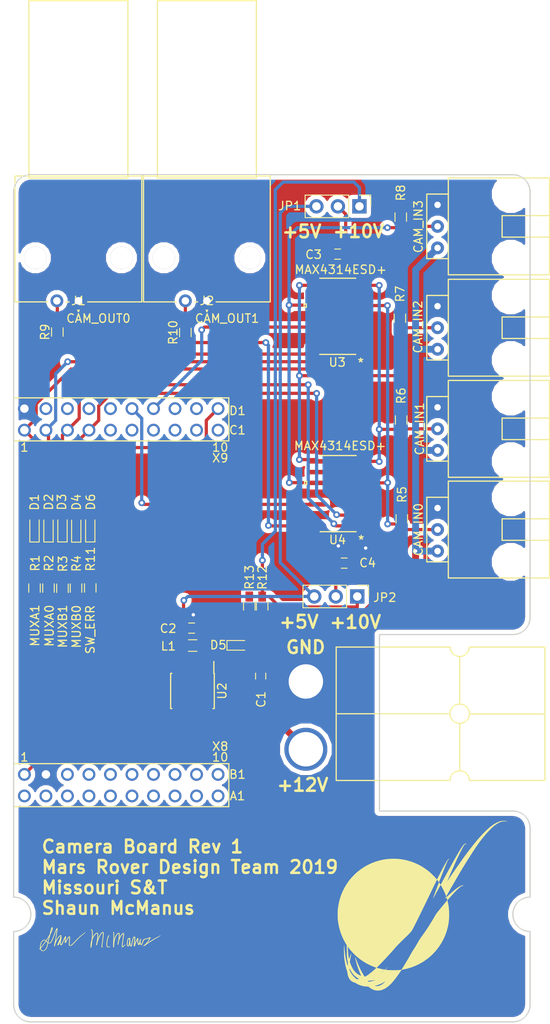
<source format=kicad_pcb>
(kicad_pcb (version 20171130) (host pcbnew "(5.0.0)")
  (layers (0 F.Cu signal) (31 B.Cu signal) (34 B.Paste user) (35 F.Paste user) (36 B.SilkS user) (37 F.SilkS user) (38 B.Mask user) (39 F.Mask user) (44 Edge.Cuts user))
  (net 0 "")
  (net 1 +12V)
  (net 2 GND)
  (net 3 CAM_IN0)
  (net 4 CAM_IN1)
  (net 5 CAM_IN2)
  (net 6 CAM_IN3)
  (net 7 "Net-(D1-Pad1)")
  (net 8 MUXA1)
  (net 9 MUXA0)
  (net 10 "Net-(D2-Pad1)")
  (net 11 "Net-(D3-Pad1)")
  (net 12 MUXB1)
  (net 13 MUXB0)
  (net 14 "Net-(D4-Pad1)")
  (net 15 "Net-(D5-Pad1)")
  (net 16 "Net-(J1-Pad2)")
  (net 17 "Net-(J2-Pad2)")
  (net 18 CAM_OUT0)
  (net 19 CAM_OUT1)
  (net 20 "Net-(U1-PadPE0)")
  (net 21 "Net-(U1-PadPE1)")
  (net 22 "Net-(U1-PadPE2)")
  (net 23 "Net-(U1-PadPE3)")
  (net 24 "Net-(U1-PadPD7)")
  (net 25 "Net-(U1-PadPA6)")
  (net 26 "Net-(U1-PadPM4)")
  (net 27 "Net-(U1-PadPM5)")
  (net 28 "Net-(U1-PadPE4)")
  (net 29 "Net-(U1-PadPC4)")
  (net 30 "Net-(U1-PadPC5)")
  (net 31 "Net-(U1-PadPC6)")
  (net 32 "Net-(U1-PadPE5)")
  (net 33 "Net-(U1-PadPD3)")
  (net 34 "Net-(U1-PadPC7)")
  (net 35 "Net-(U1-PadPB2)")
  (net 36 "Net-(U1-PadPB3)")
  (net 37 "Net-(U1-PadPL4)")
  (net 38 "Net-(U1-PadPL5)")
  (net 39 "Net-(U1-PadPL0)")
  (net 40 "Net-(U1-PadPL1)")
  (net 41 "Net-(U1-PadPL2)")
  (net 42 "Net-(U1-PadPL3)")
  (net 43 "Net-(U1-PadPM3)")
  (net 44 "Net-(U1-PadPH2)")
  (net 45 "Net-(U1-PadPH3)")
  (net 46 "Net-(U1-PadRese)")
  (net 47 MUXB_SHDN)
  (net 48 MUXA_SHDN)
  (net 49 "Net-(U1-PadPN2)")
  (net 50 "Net-(U1-PadPN3)")
  (net 51 "Net-(U3-Pad3)")
  (net 52 "Net-(U3-Pad6)")
  (net 53 "Net-(U3-Pad9)")
  (net 54 "Net-(U4-Pad9)")
  (net 55 "Net-(U4-Pad6)")
  (net 56 "Net-(U4-Pad3)")
  (net 57 +5V)
  (net 58 "Net-(C3-Pad1)")
  (net 59 "Net-(C4-Pad1)")
  (net 60 SW_ERR)
  (net 61 "Net-(D6-Pad1)")
  (net 62 "Net-(U1-Pad+3V3)")
  (net 63 +10V)
  (module Capacitors_SMD:C_0603_HandSoldering (layer F.Cu) (at 115.4684 114.7318 270)
    (fp_text reference C1 (at 2.7534 -0.0508 270) (layer F.SilkS))
    (fp_text value 10u)
    (pad 1 smd rect (at -0.95 0 270) (size 1.2 0.75) (layers F.Cu F.Paste F.Mask) (net 1 +12V))
    (pad 2 smd rect (at 0.95 0 270) (size 1.2 0.75) (layers F.Cu F.Paste F.Mask) (net 2 GND))
  )
  (module MAX4314:MAX4314ESD&plus_ (layer F.Cu) (at 124.6124 93.1926 180)
    (fp_text reference U4 (at 0.0762 -5.461 180) (layer F.SilkS))
    (fp_text value MAX4314ESD+ (at -0.2286 5.6388 180) (layer F.SilkS))
    (fp_text user * (at -2.7178 -5.4864 180) (layer F.SilkS))
    (pad 14 smd rect (at 2.4638 -3.81 180) (size 1.9812 0.5334) (layers F.Cu F.Paste F.Mask) (net 19 CAM_OUT1))
    (pad 13 smd rect (at 2.4638 -2.54 180) (size 1.9812 0.5334) (layers F.Cu F.Paste F.Mask) (net 2 GND))
    (pad 12 smd rect (at 2.4638 -1.27 180) (size 1.9812 0.5334) (layers F.Cu F.Paste F.Mask) (net 47 MUXB_SHDN))
    (pad 11 smd rect (at 2.4638 0 180) (size 1.9812 0.5334) (layers F.Cu F.Paste F.Mask) (net 2 GND))
    (pad 10 smd rect (at 2.4638 1.27 180) (size 1.9812 0.5334) (layers F.Cu F.Paste F.Mask) (net 6 CAM_IN3))
    (pad 9 smd rect (at 2.4638 2.54 180) (size 1.9812 0.5334) (layers F.Cu F.Paste F.Mask) (net 54 "Net-(U4-Pad9)"))
    (pad 8 smd rect (at 2.4638 3.81 180) (size 1.9812 0.5334) (layers F.Cu F.Paste F.Mask) (net 5 CAM_IN2))
    (pad 7 smd rect (at -2.4638 3.81 180) (size 1.9812 0.5334) (layers F.Cu F.Paste F.Mask) (net 4 CAM_IN1))
    (pad 6 smd rect (at -2.4638 2.54 180) (size 1.9812 0.5334) (layers F.Cu F.Paste F.Mask) (net 55 "Net-(U4-Pad6)"))
    (pad 5 smd rect (at -2.4638 1.27 180) (size 1.9812 0.5334) (layers F.Cu F.Paste F.Mask) (net 3 CAM_IN0))
    (pad 4 smd rect (at -2.4638 0 180) (size 1.9812 0.5334) (layers F.Cu F.Paste F.Mask) (net 59 "Net-(C4-Pad1)"))
    (pad 3 smd rect (at -2.4638 -1.27 180) (size 1.9812 0.5334) (layers F.Cu F.Paste F.Mask) (net 56 "Net-(U4-Pad3)"))
    (pad 2 smd rect (at -2.4638 -2.54 180) (size 1.9812 0.5334) (layers F.Cu F.Paste F.Mask) (net 13 MUXB0))
    (pad 1 smd rect (at -2.4638 -3.81 180) (size 1.9812 0.5334) (layers F.Cu F.Paste F.Mask) (net 12 MUXB1))
  )
  (module Diodes_SMD:D_0603 (layer F.Cu) (at 112.7878 111.0996)
    (fp_text reference D5 (at -2.328416 -0.033546) (layer F.SilkS))
    (fp_text value D_Schottky)
    (pad 2 smd rect (at 0.85 0) (size 0.6 0.8) (layers F.Cu F.Paste F.Mask) (net 2 GND))
    (pad 1 smd rect (at -0.85 0) (size 0.6 0.8) (layers F.Cu F.Paste F.Mask) (net 15 "Net-(D5-Pad1)"))
  )
  (module Housings_SOIC:HTSOP-8-1EP_3.9x4.9mm_Pitch1.27mm (layer F.Cu) (at 107.4166 116.4844 270)
    (fp_text reference U2 (at 0 -3.5 270) (layer F.SilkS))
    (fp_text value AP1059)
    (pad 9 smd rect (at -0.6 -0.8 270) (size 1.2 1.6) (layers F.Cu F.Paste F.Mask))
    (pad 9 smd rect (at -0.6 0.8 270) (size 1.2 1.6) (layers F.Cu F.Paste F.Mask))
    (pad 9 smd rect (at 0.6 -0.8 270) (size 1.2 1.6) (layers F.Cu F.Paste F.Mask))
    (pad 9 smd rect (at 0.6 0.8 270) (size 1.2 1.6) (layers F.Cu F.Paste F.Mask))
    (pad 8 smd rect (at 2.7 -1.905 270) (size 1.55 0.6) (layers F.Cu F.Paste F.Mask) (net 2 GND))
    (pad 7 smd rect (at 2.7 -0.635 270) (size 1.55 0.6) (layers F.Cu F.Paste F.Mask) (net 2 GND))
    (pad 6 smd rect (at 2.7 0.635 270) (size 1.55 0.6) (layers F.Cu F.Paste F.Mask) (net 2 GND))
    (pad 5 smd rect (at 2.7 1.905 270) (size 1.55 0.6) (layers F.Cu F.Paste F.Mask) (net 2 GND))
    (pad 4 smd rect (at -2.7 1.905 270) (size 1.55 0.6) (layers F.Cu F.Paste F.Mask) (net 2 GND))
    (pad 3 smd rect (at -2.7 0.635 270) (size 1.55 0.6) (layers F.Cu F.Paste F.Mask) (net 57 +5V))
    (pad 2 smd rect (at -2.7 -0.635 270) (size 1.55 0.6) (layers F.Cu F.Paste F.Mask) (net 15 "Net-(D5-Pad1)"))
    (pad 1 smd rect (at -2.7 -1.905 270) (size 1.55 0.6) (layers F.Cu F.Paste F.Mask) (net 1 +12V))
  )
  (module Capacitors_SMD:C_0603_HandSoldering (layer F.Cu) (at 107.315 109.0676 180)
    (fp_text reference C2 (at 2.7686 -0.0508 180) (layer F.SilkS))
    (fp_text value 10u)
    (pad 2 smd rect (at 0.95 0 180) (size 1.2 0.75) (layers F.Cu F.Paste F.Mask) (net 57 +5V))
    (pad 1 smd rect (at -0.95 0 180) (size 1.2 0.75) (layers F.Cu F.Paste F.Mask) (net 2 GND))
  )
  (module Capacitors_SMD:C_0603_HandSoldering (layer F.Cu) (at 124.5514 64.9224 180)
    (fp_text reference C3 (at 2.8346 -0.0508 180) (layer F.SilkS))
    (fp_text value 10u)
    (pad 2 smd rect (at 0.95 0 180) (size 1.2 0.75) (layers F.Cu F.Paste F.Mask) (net 2 GND))
    (pad 1 smd rect (at -0.95 0 180) (size 1.2 0.75) (layers F.Cu F.Paste F.Mask) (net 58 "Net-(C3-Pad1)"))
  )
  (module Capacitors_SMD:C_0603_HandSoldering (layer F.Cu) (at 125.3236 101.3968)
    (fp_text reference C4 (at 2.7686 -0.0254) (layer F.SilkS))
    (fp_text value 10u)
    (pad 2 smd rect (at 0.95 0) (size 1.2 0.75) (layers F.Cu F.Paste F.Mask) (net 2 GND))
    (pad 1 smd rect (at -0.95 0) (size 1.2 0.75) (layers F.Cu F.Paste F.Mask) (net 59 "Net-(C4-Pad1)"))
  )
  (module LEDs:LED_0603_HandSoldering (layer F.Cu) (at 88.771106 97.101185 90)
    (fp_text reference D1 (at 2.8956 0 90) (layer F.SilkS))
    (fp_text value LED)
    (pad 1 smd rect (at -1.1 0 90) (size 1.2 0.9) (layers F.Cu F.Paste F.Mask) (net 7 "Net-(D1-Pad1)"))
    (pad 2 smd rect (at 1.1 0 90) (size 1.2 0.9) (layers F.Cu F.Paste F.Mask) (net 8 MUXA1))
  )
  (module LEDs:LED_0603_HandSoldering (layer F.Cu) (at 90.422106 97.101185 90)
    (fp_text reference D2 (at 2.921 0.0254 90) (layer F.SilkS))
    (fp_text value LED)
    (pad 2 smd rect (at 1.1 0 90) (size 1.2 0.9) (layers F.Cu F.Paste F.Mask) (net 9 MUXA0))
    (pad 1 smd rect (at -1.1 0 90) (size 1.2 0.9) (layers F.Cu F.Paste F.Mask) (net 10 "Net-(D2-Pad1)"))
  )
  (module LEDs:LED_0603_HandSoldering (layer F.Cu) (at 92.073106 97.093385 90)
    (fp_text reference D3 (at 2.9132 -0.0762 90) (layer F.SilkS))
    (fp_text value LED)
    (pad 1 smd rect (at -1.1 0 90) (size 1.2 0.9) (layers F.Cu F.Paste F.Mask) (net 11 "Net-(D3-Pad1)"))
    (pad 2 smd rect (at 1.1 0 90) (size 1.2 0.9) (layers F.Cu F.Paste F.Mask) (net 12 MUXB1))
  )
  (module LEDs:LED_0603_HandSoldering (layer F.Cu) (at 93.698706 97.118785 90)
    (fp_text reference D4 (at 2.9132 0.027294 90) (layer F.SilkS))
    (fp_text value LED)
    (pad 2 smd rect (at 1.1 0 90) (size 1.2 0.9) (layers F.Cu F.Paste F.Mask) (net 13 MUXB0))
    (pad 1 smd rect (at -1.1 0 90) (size 1.2 0.9) (layers F.Cu F.Paste F.Mask) (net 14 "Net-(D4-Pad1)"))
  )
  (module Inductors_SMD:L_0603_HandSoldering (layer F.Cu) (at 107.442 111.125 180)
    (fp_text reference L1 (at 2.8702 -0.0762 180) (layer F.SilkS))
    (fp_text value 47u)
    (pad 2 smd rect (at 1.1 0 180) (size 1.2 0.9) (layers F.Cu F.Paste F.Mask) (net 57 +5V))
    (pad 1 smd rect (at -1.1 0 180) (size 1.2 0.9) (layers F.Cu F.Paste F.Mask) (net 15 "Net-(D5-Pad1)"))
  )
  (module Resistors_SMD:R_0603_HandSoldering (layer F.Cu) (at 88.771106 104.340185 270)
    (fp_text reference R1 (at -2.943385 -0.078094 270) (layer F.SilkS))
    (fp_text value 500)
    (pad 1 smd rect (at -1.1 0 270) (size 1.2 0.9) (layers F.Cu F.Paste F.Mask) (net 7 "Net-(D1-Pad1)"))
    (pad 2 smd rect (at 1.1 0 270) (size 1.2 0.9) (layers F.Cu F.Paste F.Mask) (net 2 GND))
  )
  (module Resistors_SMD:R_0603_HandSoldering (layer F.Cu) (at 90.422106 104.340185 270)
    (fp_text reference R2 (at -2.943385 -0.052694 270) (layer F.SilkS))
    (fp_text value 500)
    (pad 2 smd rect (at 1.1 0 270) (size 1.2 0.9) (layers F.Cu F.Paste F.Mask) (net 2 GND))
    (pad 1 smd rect (at -1.1 0 270) (size 1.2 0.9) (layers F.Cu F.Paste F.Mask) (net 10 "Net-(D2-Pad1)"))
  )
  (module Resistors_SMD:R_0603_HandSoldering (layer F.Cu) (at 92.073106 104.365585 270)
    (fp_text reference R3 (at -2.892585 -0.052694 270) (layer F.SilkS))
    (fp_text value 500)
    (pad 2 smd rect (at 1.1 0 270) (size 1.2 0.9) (layers F.Cu F.Paste F.Mask) (net 2 GND))
    (pad 1 smd rect (at -1.1 0 270) (size 1.2 0.9) (layers F.Cu F.Paste F.Mask) (net 11 "Net-(D3-Pad1)"))
  )
  (module Resistors_SMD:R_0603_HandSoldering (layer F.Cu) (at 93.673306 104.340185 270)
    (fp_text reference R4 (at -2.892585 -0.052694 270) (layer F.SilkS))
    (fp_text value 500)
    (pad 1 smd rect (at -1.1 0 270) (size 1.2 0.9) (layers F.Cu F.Paste F.Mask) (net 14 "Net-(D4-Pad1)"))
    (pad 2 smd rect (at 1.1 0 270) (size 1.2 0.9) (layers F.Cu F.Paste F.Mask) (net 2 GND))
  )
  (module Resistors_SMD:R_0603_HandSoldering (layer F.Cu) (at 132.1308 96.1644 270)
    (fp_text reference R5 (at -2.8624 -0.0254 270) (layer F.SilkS))
    (fp_text value 75)
    (pad 1 smd rect (at -1.1 0 270) (size 1.2 0.9) (layers F.Cu F.Paste F.Mask) (net 2 GND))
    (pad 2 smd rect (at 1.1 0 270) (size 1.2 0.9) (layers F.Cu F.Paste F.Mask) (net 3 CAM_IN0))
  )
  (module Resistors_SMD:R_0603_HandSoldering (layer F.Cu) (at 132.0546 84.5058 270)
    (fp_text reference R6 (at -2.8702 0 270) (layer F.SilkS))
    (fp_text value 75)
    (pad 1 smd rect (at -1.1 0 270) (size 1.2 0.9) (layers F.Cu F.Paste F.Mask) (net 2 GND))
    (pad 2 smd rect (at 1.1 0 270) (size 1.2 0.9) (layers F.Cu F.Paste F.Mask) (net 4 CAM_IN1))
  )
  (module Resistors_SMD:R_0603_HandSoldering (layer F.Cu) (at 131.9022 72.4916 270)
    (fp_text reference R7 (at -2.8702 -0.0254 270) (layer F.SilkS))
    (fp_text value 75)
    (pad 1 smd rect (at -1.1 0 270) (size 1.2 0.9) (layers F.Cu F.Paste F.Mask) (net 2 GND))
    (pad 2 smd rect (at 1.1 0 270) (size 1.2 0.9) (layers F.Cu F.Paste F.Mask) (net 5 CAM_IN2))
  )
  (module Resistors_SMD:R_0603_HandSoldering (layer F.Cu) (at 132.0038 60.5536 270)
    (fp_text reference R8 (at -2.8702 0 270) (layer F.SilkS))
    (fp_text value 75)
    (pad 1 smd rect (at -1.1 0 270) (size 1.2 0.9) (layers F.Cu F.Paste F.Mask) (net 2 GND))
    (pad 2 smd rect (at 1.1 0 270) (size 1.2 0.9) (layers F.Cu F.Paste F.Mask) (net 6 CAM_IN3))
  )
  (module Resistors_SMD:R_0603_HandSoldering (layer F.Cu) (at 91.4654 74.1172 90)
    (fp_text reference R9 (at 0 -1.45 90) (layer F.SilkS))
    (fp_text value 75)
    (pad 1 smd rect (at -1.1 0 90) (size 1.2 0.9) (layers F.Cu F.Paste F.Mask) (net 18 CAM_OUT0))
    (pad 2 smd rect (at 1.1 0 90) (size 1.2 0.9) (layers F.Cu F.Paste F.Mask) (net 16 "Net-(J1-Pad2)"))
  )
  (module Resistors_SMD:R_0603_HandSoldering (layer F.Cu) (at 106.5784 74.168 90)
    (fp_text reference R10 (at 0 -1.45 90) (layer F.SilkS))
    (fp_text value 75)
    (pad 2 smd rect (at 1.1 0 90) (size 1.2 0.9) (layers F.Cu F.Paste F.Mask) (net 17 "Net-(J2-Pad2)"))
    (pad 1 smd rect (at -1.1 0 90) (size 1.2 0.9) (layers F.Cu F.Paste F.Mask) (net 19 CAM_OUT1))
  )
  (module MAX4314:MAX4314ESD&plus_ (layer F.Cu) (at 124.5616 72.263 180)
    (fp_text reference U3 (at 0.0508 -5.4356 180) (layer F.SilkS))
    (fp_text value MAX4314ESD+ (at -0.3556 5.5118 180) (layer F.SilkS))
    (fp_text user * (at -2.7178 -5.4864 180) (layer F.SilkS))
    (pad 1 smd rect (at -2.4638 -3.81 180) (size 1.9812 0.5334) (layers F.Cu F.Paste F.Mask) (net 8 MUXA1))
    (pad 2 smd rect (at -2.4638 -2.54 180) (size 1.9812 0.5334) (layers F.Cu F.Paste F.Mask) (net 9 MUXA0))
    (pad 3 smd rect (at -2.4638 -1.27 180) (size 1.9812 0.5334) (layers F.Cu F.Paste F.Mask) (net 51 "Net-(U3-Pad3)"))
    (pad 4 smd rect (at -2.4638 0 180) (size 1.9812 0.5334) (layers F.Cu F.Paste F.Mask) (net 58 "Net-(C3-Pad1)"))
    (pad 5 smd rect (at -2.4638 1.27 180) (size 1.9812 0.5334) (layers F.Cu F.Paste F.Mask) (net 3 CAM_IN0))
    (pad 6 smd rect (at -2.4638 2.54 180) (size 1.9812 0.5334) (layers F.Cu F.Paste F.Mask) (net 52 "Net-(U3-Pad6)"))
    (pad 7 smd rect (at -2.4638 3.81 180) (size 1.9812 0.5334) (layers F.Cu F.Paste F.Mask) (net 4 CAM_IN1))
    (pad 8 smd rect (at 2.4638 3.81 180) (size 1.9812 0.5334) (layers F.Cu F.Paste F.Mask) (net 5 CAM_IN2))
    (pad 9 smd rect (at 2.4638 2.54 180) (size 1.9812 0.5334) (layers F.Cu F.Paste F.Mask) (net 53 "Net-(U3-Pad9)"))
    (pad 10 smd rect (at 2.4638 1.27 180) (size 1.9812 0.5334) (layers F.Cu F.Paste F.Mask) (net 6 CAM_IN3))
    (pad 11 smd rect (at 2.4638 0 180) (size 1.9812 0.5334) (layers F.Cu F.Paste F.Mask) (net 2 GND))
    (pad 12 smd rect (at 2.4638 -1.27 180) (size 1.9812 0.5334) (layers F.Cu F.Paste F.Mask) (net 48 MUXA_SHDN))
    (pad 13 smd rect (at 2.4638 -2.54 180) (size 1.9812 0.5334) (layers F.Cu F.Paste F.Mask) (net 2 GND))
    (pad 14 smd rect (at 2.4638 -3.81 180) (size 1.9812 0.5334) (layers F.Cu F.Paste F.Mask) (net 18 CAM_OUT0))
  )
  (module BNC-75-Ohm-HORIZONTAL:BNC-75-Ohm-HORIZONTAL-1-1478032-0 (layer F.Cu) (at 93.9546 70.4342)
    (fp_text reference J1 (at 0 0) (layer F.SilkS))
    (fp_text value CAM_OUT0 (at 2.3622 2.0828) (layer F.SilkS))
    (pad 4 thru_hole circle (at 5.08 -5.08) (size 2.6416 2.6416) (drill 2.6416) (layers *.Cu *.Mask))
    (pad 3 thru_hole circle (at -5.08 -5.08) (size 2.6416 2.6416) (drill 2.6416) (layers *.Cu *.Mask))
    (pad 2 thru_hole circle (at -2.54 0) (size 1.524 1.524) (drill 0.889) (layers *.Cu *.Mask) (net 16 "Net-(J1-Pad2)"))
    (pad 1 thru_hole circle (at 0 0) (size 1.524 1.524) (drill 0.889) (layers *.Cu *.Mask) (net 2 GND))
  )
  (module BNC-75-Ohm-HORIZONTAL:BNC-75-Ohm-HORIZONTAL-1-1478032-0 (layer F.Cu) (at 109.1184 70.4342)
    (fp_text reference J2 (at 0 0) (layer F.SilkS))
    (fp_text value CAM_OUT1 (at 2.3876 2.0828) (layer F.SilkS))
    (pad 1 thru_hole circle (at 0 0) (size 1.524 1.524) (drill 0.889) (layers *.Cu *.Mask) (net 2 GND))
    (pad 2 thru_hole circle (at -2.54 0) (size 1.524 1.524) (drill 0.889) (layers *.Cu *.Mask) (net 17 "Net-(J2-Pad2)"))
    (pad 3 thru_hole circle (at -5.08 -5.08) (size 2.6416 2.6416) (drill 2.6416) (layers *.Cu *.Mask))
    (pad 4 thru_hole circle (at 5.08 -5.08) (size 2.6416 2.6416) (drill 2.6416) (layers *.Cu *.Mask))
  )
  (module MRDT_Connectors:Anderson_2_Horisontal_Side_by_Side (layer F.Cu) (at 124.3838 111.3038 180)
    (fp_text reference Conn1 hide)
    (fp_text value AndersonPP)
    (pad 1 thru_hole circle (at 3.5814 -4.063 180) (size 5.08 5.08) (drill 4.06) (layers *.Cu *.Mask F.Paste) (net 2 GND))
    (pad 2 thru_hole circle (at 3.5814 -12.064 180) (size 5.08 5.08) (drill 4.06) (layers *.Cu *.Mask F.Paste) (net 1 +12V))
  )
  (module LEDs:LED_0603_HandSoldering (layer F.Cu) (at 95.3516 97.0964 90)
    (fp_text reference D6 (at 2.921 0.0508 90) (layer F.SilkS))
    (fp_text value LED)
    (pad 2 smd rect (at 1.1 0 90) (size 1.2 0.9) (layers F.Cu F.Paste F.Mask) (net 60 SW_ERR))
    (pad 1 smd rect (at -1.1 0 90) (size 1.2 0.9) (layers F.Cu F.Paste F.Mask) (net 61 "Net-(D6-Pad1)"))
  )
  (module Pin_Headers:Pin_Header_Straight_1x03_Pitch2.54mm (layer F.Cu) (at 127.127 59.2836 270)
    (fp_text reference JP1 (at -0.0508 8.2296) (layer F.SilkS))
    (fp_text value Jumper_NC_Dual)
    (pad 3 thru_hole oval (at 0 5.08 270) (size 1.7 1.7) (drill 1) (layers *.Cu *.Mask) (net 57 +5V))
    (pad 2 thru_hole oval (at 0 2.54 270) (size 1.7 1.7) (drill 1) (layers *.Cu *.Mask) (net 58 "Net-(C3-Pad1)"))
    (pad 1 thru_hole rect (at 0 0 270) (size 1.7 1.7) (drill 1) (layers *.Cu *.Mask) (net 63 +10V))
  )
  (module Pin_Headers:Pin_Header_Straight_1x03_Pitch2.54mm (layer F.Cu) (at 126.873 105.3338 270)
    (fp_text reference JP2 (at 0.127 -3.2512) (layer F.SilkS))
    (fp_text value Jumper_NC_Dual)
    (pad 3 thru_hole oval (at 0 5.08 270) (size 1.7 1.7) (drill 1) (layers *.Cu *.Mask) (net 57 +5V))
    (pad 2 thru_hole oval (at 0 2.54 270) (size 1.7 1.7) (drill 1) (layers *.Cu *.Mask) (net 59 "Net-(C4-Pad1)"))
    (pad 1 thru_hole rect (at 0 0 270) (size 1.7 1.7) (drill 1) (layers *.Cu *.Mask) (net 63 +10V))
  )
  (module Resistors_SMD:R_0603_HandSoldering (layer F.Cu) (at 95.3516 104.3256 270)
    (fp_text reference R11 (at -3.4114 -0.0254 270) (layer F.SilkS))
    (fp_text value 500)
    (pad 2 smd rect (at 1.1 0 270) (size 1.2 0.9) (layers F.Cu F.Paste F.Mask) (net 2 GND))
    (pad 1 smd rect (at -1.1 0 270) (size 1.2 0.9) (layers F.Cu F.Paste F.Mask) (net 61 "Net-(D6-Pad1)"))
  )
  (module Resistors_SMD:R_0603_HandSoldering (layer F.Cu) (at 115.6462 106.4436 90)
    (fp_text reference R12 (at 3.3528 0.0254 90) (layer F.SilkS))
    (fp_text value 100)
    (pad 2 smd rect (at 1.1 0 90) (size 1.2 0.9) (layers F.Cu F.Paste F.Mask) (net 63 +10V))
    (pad 1 smd rect (at -1.1 0 90) (size 1.2 0.9) (layers F.Cu F.Paste F.Mask) (net 1 +12V))
  )
  (module Resistors_SMD:R_0603_HandSoldering (layer F.Cu) (at 114.1222 106.4436 270)
    (fp_text reference R13 (at -3.3782 -0.0254 270) (layer F.SilkS))
    (fp_text value 500)
    (pad 1 smd rect (at -1.1 0 270) (size 1.2 0.9) (layers F.Cu F.Paste F.Mask) (net 63 +10V))
    (pad 2 smd rect (at 1.1 0 270) (size 1.2 0.9) (layers F.Cu F.Paste F.Mask) (net 2 GND))
  )
  (module MRDT_Connectors:MOLEX_SL_03_Horizontal (layer F.Cu) (at 136.3472 97.4344 270)
    (fp_text reference CAM_IN0 (at 0 2.2606 270) (layer F.SilkS))
    (fp_text value CAM_0)
    (pad "" np_thru_hole circle (at 3.81 -8.636 270) (size 3.45 3.45) (drill 3.45) (layers *.Cu *.Mask))
    (pad "" np_thru_hole circle (at -3.81 -8.636 270) (size 3.45 3.45) (drill 3.45) (layers *.Cu *.Mask))
    (pad 3 thru_hole circle (at 2.54 0 270) (size 1.524 1.524) (drill 0.762) (layers *.Cu *.Mask) (net 1 +12V))
    (pad 2 thru_hole circle (at 0 0 270) (size 1.524 1.524) (drill 0.762) (layers *.Cu *.Mask) (net 3 CAM_IN0))
    (pad 1 thru_hole circle (at -2.54 0 270) (size 1.524 1.524) (drill 0.762) (layers *.Cu *.Mask) (net 2 GND))
  )
  (module MRDT_Connectors:MOLEX_SL_03_Horizontal (layer F.Cu) (at 136.3472 85.5472 270)
    (fp_text reference CAM_IN1 (at 0 2.1082 270) (layer F.SilkS))
    (fp_text value CAM_1)
    (pad "" np_thru_hole circle (at 3.81 -8.636 270) (size 3.45 3.45) (drill 3.45) (layers *.Cu *.Mask))
    (pad "" np_thru_hole circle (at -3.81 -8.636 270) (size 3.45 3.45) (drill 3.45) (layers *.Cu *.Mask))
    (pad 3 thru_hole circle (at 2.54 0 270) (size 1.524 1.524) (drill 0.762) (layers *.Cu *.Mask) (net 1 +12V))
    (pad 2 thru_hole circle (at 0 0 270) (size 1.524 1.524) (drill 0.762) (layers *.Cu *.Mask) (net 4 CAM_IN1))
    (pad 1 thru_hole circle (at -2.54 0 270) (size 1.524 1.524) (drill 0.762) (layers *.Cu *.Mask) (net 2 GND))
  )
  (module MRDT_Connectors:MOLEX_SL_03_Horizontal (layer F.Cu) (at 136.3472 73.6092 270)
    (fp_text reference CAM_IN2 (at -0.1016 2.3114 270) (layer F.SilkS))
    (fp_text value CAM_2)
    (pad 1 thru_hole circle (at -2.54 0 270) (size 1.524 1.524) (drill 0.762) (layers *.Cu *.Mask) (net 2 GND))
    (pad 2 thru_hole circle (at 0 0 270) (size 1.524 1.524) (drill 0.762) (layers *.Cu *.Mask) (net 5 CAM_IN2))
    (pad 3 thru_hole circle (at 2.54 0 270) (size 1.524 1.524) (drill 0.762) (layers *.Cu *.Mask) (net 1 +12V))
    (pad "" np_thru_hole circle (at -3.81 -8.636 270) (size 3.45 3.45) (drill 3.45) (layers *.Cu *.Mask))
    (pad "" np_thru_hole circle (at 3.81 -8.636 270) (size 3.45 3.45) (drill 3.45) (layers *.Cu *.Mask))
  )
  (module MRDT_Connectors:MOLEX_SL_03_Horizontal (layer F.Cu) (at 136.3472 61.6458 270)
    (fp_text reference CAM_IN3 (at 0.0254 2.2606 270) (layer F.SilkS))
    (fp_text value CAM_3)
    (pad 1 thru_hole circle (at -2.54 0 270) (size 1.524 1.524) (drill 0.762) (layers *.Cu *.Mask) (net 2 GND))
    (pad 2 thru_hole circle (at 0 0 270) (size 1.524 1.524) (drill 0.762) (layers *.Cu *.Mask) (net 6 CAM_IN3))
    (pad 3 thru_hole circle (at 2.54 0 270) (size 1.524 1.524) (drill 0.762) (layers *.Cu *.Mask) (net 1 +12V))
    (pad "" np_thru_hole circle (at -3.81 -8.636 270) (size 3.45 3.45) (drill 3.45) (layers *.Cu *.Mask))
    (pad "" np_thru_hole circle (at 3.81 -8.636 270) (size 3.45 3.45) (drill 3.45) (layers *.Cu *.Mask))
  )
  (module MRDT_Shields:TM4C129E_Launchpad_X9_THT (layer F.Cu) (at 86.308801 130.148601)
    (fp_text reference U1 hide)
    (fp_text value TM4C129E_Launchpad hide)
    (fp_text user 1 (at 1.27 -42.418 180) (layer F.SilkS))
    (fp_text user 10 (at 24.384 -42.418 180) (layer F.SilkS))
    (fp_text user 1 (at 1.27 -5.842 180) (layer F.SilkS))
    (fp_text user 10 (at 24.384 -5.842 180) (layer F.SilkS))
    (fp_text user X9 (at 24.384 -41.148 180) (layer F.SilkS))
    (fp_text user X8 (at 24.384 -7.112 180) (layer F.SilkS))
    (fp_text user C1 (at 26.416 -44.45 180) (layer F.SilkS))
    (fp_text user D1 (at 26.416 -46.736 180) (layer F.SilkS))
    (fp_text user B1 (at 26.416 -3.81 180) (layer F.SilkS))
    (fp_text user A1 (at 26.416 -1.27 180) (layer F.SilkS))
    (pad +5V thru_hole circle (at 1.27 -3.81 180) (size 1.52 1.52) (drill 1) (layers *.Cu *.Mask F.Paste) (net 57 +5V))
    (pad GND thru_hole circle (at 3.81 -3.81 180) (size 1.52 1.52) (drill 1) (layers *.Cu *.Mask F.Paste) (net 2 GND))
    (pad PE0 thru_hole circle (at 6.35 -3.81 180) (size 1.52 1.52) (drill 1) (layers *.Cu *.Mask F.Paste) (net 20 "Net-(U1-PadPE0)"))
    (pad PE1 thru_hole circle (at 8.89 -3.81 180) (size 1.52 1.52) (drill 1) (layers *.Cu *.Mask F.Paste) (net 21 "Net-(U1-PadPE1)"))
    (pad PE2 thru_hole circle (at 11.43 -3.81 180) (size 1.52 1.52) (drill 1) (layers *.Cu *.Mask F.Paste) (net 22 "Net-(U1-PadPE2)"))
    (pad PE3 thru_hole circle (at 13.97 -3.81 180) (size 1.52 1.52) (drill 1) (layers *.Cu *.Mask F.Paste) (net 23 "Net-(U1-PadPE3)"))
    (pad PD7 thru_hole circle (at 16.51 -3.81 180) (size 1.52 1.52) (drill 1) (layers *.Cu *.Mask F.Paste) (net 24 "Net-(U1-PadPD7)"))
    (pad PA6 thru_hole circle (at 19.05 -3.81 180) (size 1.52 1.52) (drill 1) (layers *.Cu *.Mask F.Paste) (net 25 "Net-(U1-PadPA6)"))
    (pad PM4 thru_hole circle (at 21.59 -3.81 180) (size 1.52 1.52) (drill 1) (layers *.Cu *.Mask F.Paste) (net 26 "Net-(U1-PadPM4)"))
    (pad PM5 thru_hole circle (at 24.13 -3.81 180) (size 1.52 1.52) (drill 1) (layers *.Cu *.Mask F.Paste) (net 27 "Net-(U1-PadPM5)"))
    (pad +3V3 thru_hole circle (at 1.27 -1.27 180) (size 1.52 1.52) (drill 1) (layers *.Cu *.Mask F.Paste) (net 62 "Net-(U1-Pad+3V3)"))
    (pad PE4 thru_hole circle (at 3.81 -1.27 180) (size 1.52 1.52) (drill 1) (layers *.Cu *.Mask F.Paste) (net 28 "Net-(U1-PadPE4)"))
    (pad PC4 thru_hole circle (at 6.35 -1.27 180) (size 1.52 1.52) (drill 1) (layers *.Cu *.Mask F.Paste) (net 29 "Net-(U1-PadPC4)"))
    (pad PC5 thru_hole circle (at 8.89 -1.27 180) (size 1.52 1.52) (drill 1) (layers *.Cu *.Mask F.Paste) (net 30 "Net-(U1-PadPC5)"))
    (pad PC6 thru_hole circle (at 11.43 -1.27 180) (size 1.52 1.52) (drill 1) (layers *.Cu *.Mask F.Paste) (net 31 "Net-(U1-PadPC6)"))
    (pad PE5 thru_hole circle (at 13.97 -1.27 180) (size 1.52 1.52) (drill 1) (layers *.Cu *.Mask F.Paste) (net 32 "Net-(U1-PadPE5)"))
    (pad PD3 thru_hole circle (at 16.51 -1.27 180) (size 1.52 1.52) (drill 1) (layers *.Cu *.Mask F.Paste) (net 33 "Net-(U1-PadPD3)"))
    (pad PC7 thru_hole circle (at 19.05 -1.27 180) (size 1.52 1.52) (drill 1) (layers *.Cu *.Mask F.Paste) (net 34 "Net-(U1-PadPC7)"))
    (pad PB2 thru_hole circle (at 21.59 -1.27 180) (size 1.52 1.52) (drill 1) (layers *.Cu *.Mask F.Paste) (net 35 "Net-(U1-PadPB2)"))
    (pad PB3 thru_hole circle (at 24.13 -1.27 180) (size 1.52 1.52) (drill 1) (layers *.Cu *.Mask F.Paste) (net 36 "Net-(U1-PadPB3)"))
    (pad PF1 thru_hole circle (at 1.27 -44.45 180) (size 1.52 1.52) (drill 1) (layers *.Cu *.Mask F.Paste) (net 8 MUXA1))
    (pad PF2 thru_hole circle (at 3.81 -44.45 180) (size 1.52 1.52) (drill 1) (layers *.Cu *.Mask F.Paste) (net 9 MUXA0))
    (pad PF3 thru_hole circle (at 6.35 -44.45 180) (size 1.52 1.52) (drill 1) (layers *.Cu *.Mask F.Paste) (net 12 MUXB1))
    (pad PG0 thru_hole circle (at 8.89 -44.45 180) (size 1.52 1.52) (drill 1) (layers *.Cu *.Mask F.Paste) (net 13 MUXB0))
    (pad PL4 thru_hole circle (at 11.43 -44.45 180) (size 1.52 1.52) (drill 1) (layers *.Cu *.Mask F.Paste) (net 37 "Net-(U1-PadPL4)"))
    (pad PL5 thru_hole circle (at 13.97 -44.45 180) (size 1.52 1.52) (drill 1) (layers *.Cu *.Mask F.Paste) (net 38 "Net-(U1-PadPL5)"))
    (pad PL0 thru_hole circle (at 16.51 -44.45 180) (size 1.52 1.52) (drill 1) (layers *.Cu *.Mask F.Paste) (net 39 "Net-(U1-PadPL0)"))
    (pad PL1 thru_hole circle (at 19.05 -44.45 180) (size 1.52 1.52) (drill 1) (layers *.Cu *.Mask F.Paste) (net 40 "Net-(U1-PadPL1)"))
    (pad PL2 thru_hole circle (at 21.59 -44.45 180) (size 1.52 1.52) (drill 1) (layers *.Cu *.Mask F.Paste) (net 41 "Net-(U1-PadPL2)"))
    (pad PL3 thru_hole circle (at 24.13 -44.45 180) (size 1.52 1.52) (drill 1) (layers *.Cu *.Mask F.Paste) (net 42 "Net-(U1-PadPL3)"))
    (pad GND thru_hole circle (at 1.27 -46.99 180) (size 1.52 1.52) (drill 1) (layers *.Cu *.Mask F.Paste) (net 2 GND))
    (pad PM3 thru_hole circle (at 3.81 -46.99 180) (size 1.52 1.52) (drill 1) (layers *.Cu *.Mask F.Paste) (net 43 "Net-(U1-PadPM3)"))
    (pad PH2 thru_hole circle (at 6.35 -46.99 180) (size 1.52 1.52) (drill 1) (layers *.Cu *.Mask F.Paste) (net 44 "Net-(U1-PadPH2)"))
    (pad PH3 thru_hole circle (at 8.89 -46.99 180) (size 1.52 1.52) (drill 1) (layers *.Cu *.Mask F.Paste) (net 45 "Net-(U1-PadPH3)"))
    (pad Rese thru_hole circle (at 11.43 -46.99 180) (size 1.52 1.52) (drill 1) (layers *.Cu *.Mask F.Paste) (net 46 "Net-(U1-PadRese)"))
    (pad PD1 thru_hole circle (at 13.97 -46.99 180) (size 1.52 1.52) (drill 1) (layers *.Cu *.Mask F.Paste) (net 47 MUXB_SHDN))
    (pad PD0 thru_hole circle (at 16.51 -46.99 180) (size 1.52 1.52) (drill 1) (layers *.Cu *.Mask F.Paste) (net 48 MUXA_SHDN))
    (pad PN2 thru_hole circle (at 19.05 -46.99 180) (size 1.52 1.52) (drill 1) (layers *.Cu *.Mask F.Paste) (net 49 "Net-(U1-PadPN2)"))
    (pad PN3 thru_hole circle (at 21.59 -46.99 180) (size 1.52 1.52) (drill 1) (layers *.Cu *.Mask F.Paste) (net 50 "Net-(U1-PadPN3)"))
    (pad PP2 thru_hole circle (at 24.13 -46.99 180) (size 1.52 1.52) (drill 1) (layers *.Cu *.Mask F.Paste) (net 60 SW_ERR))
  )
  (module MRDT_Silkscreens:Shaun_McManus_Sig_15mm (layer F.Cu) (at 96.4946 145.6182)
    (fp_text reference G*** hide)
    (fp_text value LOGO hide)
  )
  (module MRDT_Silkscreens:MRDT_Logo_20mm (layer F.Cu) (at 134.5692 141.8336)
    (fp_text reference G*** hide)
    (fp_text value LOGO hide)
  )
  (gr_text +10V (at 127.0254 62.23) (layer F.SilkS) (effects (font (size 1.5 1.5) (thickness 0.3))))
  (gr_text +5V (at 120.3198 62.2554) (layer F.SilkS) (effects (font (size 1.5 1.5) (thickness 0.3))))
  (gr_text +10V (at 126.6444 108.3564) (layer F.SilkS) (effects (font (size 1.5 1.5) (thickness 0.3))))
  (gr_text +5V (at 119.9896 108.331) (layer F.SilkS) (effects (font (size 1.5 1.5) (thickness 0.3))))
  (gr_text SW_ERR (at 95.3516 109.2454 90) (layer F.SilkS) (effects (font (size 1 1))))
  (gr_text MUXB0 (at 93.726 108.8898 90) (layer F.SilkS) (effects (font (size 1 1))))
  (gr_text MUXB1 (at 92.1004 108.8644 90) (layer F.SilkS) (effects (font (size 1 1))))
  (gr_text MUXA0 (at 90.5256 108.7882 90) (layer F.SilkS) (effects (font (size 1 1))))
  (gr_text MUXA1 (at 88.8238 108.7628 90) (layer F.SilkS) (effects (font (size 1 1))))
  (gr_text GND (at 120.777 111.3282) (layer F.SilkS) (effects (font (size 1.5 1.5) (thickness 0.3))))
  (gr_text +12V (at 120.4214 127.5842) (layer F.SilkS) (effects (font (size 1.5 1.5) (thickness 0.3))))
  (gr_text "Camera Board Rev 1\nMars Rover Design Team 2019\nMissouri S&T\nShaun McManus" (at 89.4588 138.4808) (layer F.SilkS) (effects (font (size 1.5 1.5) (thickness 0.3)) (justify left)))
  (gr_line (start 147.2692 57.5818) (end 147.2692 107.823) (layer Edge.Cuts) (width 0.15))
  (gr_line (start 88.3412 55.5498) (end 145.2626 55.5498) (layer Edge.Cuts) (width 0.15))
  (gr_line (start 86.3092 140.8176) (end 86.3092 57.5564) (layer Edge.Cuts) (width 0.15))
  (gr_arc (start 88.3412 57.5818) (end 88.3412 55.5498) (angle -90) (layer Edge.Cuts) (width 0.15))
  (gr_arc (start 145.2372 57.5818) (end 147.2692 57.5818) (angle -90) (layer Edge.Cuts) (width 0.15))
  (gr_arc (start 145.2372 153.5176) (end 145.2372 155.5496) (angle -90) (layer Edge.Cuts) (width 0.15))
  (gr_line (start 88.3412 155.5496) (end 145.2372 155.5496) (layer Edge.Cuts) (width 0.15))
  (gr_arc (start 88.3412 153.5176) (end 86.3092 153.5176) (angle -90) (layer Edge.Cuts) (width 0.15))
  (gr_line (start 86.3092 144.8816) (end 86.3092 153.5176) (layer Edge.Cuts) (width 0.15))
  (gr_arc (start 86.3092 142.8496) (end 86.3092 144.8816) (angle -180) (layer Edge.Cuts) (width 0.15))
  (gr_arc (start 145.2372 107.7976) (end 145.2372 109.8296) (angle -90) (layer Edge.Cuts) (width 0.15))
  (gr_line (start 129.4892 109.8296) (end 145.2372 109.8296) (layer Edge.Cuts) (width 0.15))
  (gr_line (start 129.4892 130.6576) (end 129.4892 109.8296) (layer Edge.Cuts) (width 0.15))
  (gr_line (start 145.2372 130.6576) (end 129.4892 130.6576) (layer Edge.Cuts) (width 0.15))
  (gr_arc (start 145.2372 132.6896) (end 147.2692 132.6896) (angle -90) (layer Edge.Cuts) (width 0.15))
  (gr_line (start 147.2692 140.8176) (end 147.2692 132.6896) (layer Edge.Cuts) (width 0.15))
  (gr_arc (start 147.2692 142.8496) (end 147.2692 140.8176) (angle -180) (layer Edge.Cuts) (width 0.15))
  (gr_line (start 147.2692 153.5176) (end 147.2692 144.8816) (layer Edge.Cuts) (width 0.15))
  (segment (start 120.8024 123.3678) (end 120.8024 122.047) (width 0.381) (layer F.Cu) (net 1))
  (segment (start 109.3242 113.7818) (end 109.3216 113.7844) (width 0.8128) (layer F.Cu) (net 1))
  (segment (start 115.4684 113.7818) (end 109.3242 113.7818) (width 0.8128) (layer F.Cu) (net 1))
  (segment (start 115.634922 113.7818) (end 117.1702 115.317078) (width 0.8128) (layer F.Cu) (net 1))
  (segment (start 115.4684 113.7818) (end 115.634922 113.7818) (width 0.8128) (layer F.Cu) (net 1))
  (segment (start 117.1702 119.7356) (end 120.8024 123.3678) (width 0.8128) (layer F.Cu) (net 1))
  (segment (start 117.1702 115.317078) (end 117.1702 119.7356) (width 0.8128) (layer F.Cu) (net 1))
  (segment (start 133.7564 66.7766) (end 136.3472 64.1858) (width 0.8128) (layer B.Cu) (net 1))
  (segment (start 135.26957 99.9744) (end 133.7564 99.9744) (width 0.8128) (layer B.Cu) (net 1))
  (segment (start 136.3472 99.9744) (end 135.26957 99.9744) (width 0.8128) (layer B.Cu) (net 1))
  (segment (start 135.26957 88.0872) (end 133.7564 88.0872) (width 0.8128) (layer B.Cu) (net 1))
  (segment (start 136.3472 88.0872) (end 135.26957 88.0872) (width 0.8128) (layer B.Cu) (net 1))
  (segment (start 133.7564 99.9744) (end 133.7564 88.0872) (width 0.8128) (layer B.Cu) (net 1))
  (segment (start 135.26957 76.1492) (end 133.7564 76.1492) (width 0.8128) (layer B.Cu) (net 1))
  (segment (start 136.3472 76.1492) (end 135.26957 76.1492) (width 0.8128) (layer B.Cu) (net 1))
  (segment (start 133.7564 88.0872) (end 133.7564 76.1492) (width 0.8128) (layer B.Cu) (net 1))
  (segment (start 133.7564 76.1492) (end 133.7564 66.7766) (width 0.8128) (layer B.Cu) (net 1))
  (segment (start 133.7564 101.241922) (end 133.7564 99.9744) (width 0.8128) (layer F.Cu) (net 1))
  (via (at 133.7564 99.9744) (size 0.8) (drill 0.4) (layers F.Cu B.Cu) (net 1))
  (segment (start 127.454722 107.5436) (end 133.7564 101.241922) (width 0.8128) (layer F.Cu) (net 1))
  (segment (start 115.6462 107.5436) (end 127.454722 107.5436) (width 0.8128) (layer F.Cu) (net 1))
  (segment (start 115.6462 113.604) (end 115.4684 113.7818) (width 0.8128) (layer F.Cu) (net 1))
  (segment (start 115.6462 107.5436) (end 115.6462 113.604) (width 0.8128) (layer F.Cu) (net 1))
  (via (at 107.5182 107.4928) (size 0.8) (drill 0.4) (layers F.Cu B.Cu) (net 2))
  (segment (start 108.265 109.0676) (end 108.265 108.2396) (width 0.381) (layer F.Cu) (net 2))
  (segment (start 108.265 108.2396) (end 107.5182 107.4928) (width 0.381) (layer F.Cu) (net 2))
  (via (at 127.8636 99.6188) (size 0.8) (drill 0.4) (layers F.Cu B.Cu) (net 2))
  (segment (start 126.2736 101.2088) (end 127.8636 99.6188) (width 0.381) (layer F.Cu) (net 2))
  (segment (start 126.2736 101.3968) (end 126.2736 101.2088) (width 0.381) (layer F.Cu) (net 2))
  (via (at 124.6378 99.3648) (size 0.8) (drill 0.4) (layers F.Cu B.Cu) (net 2))
  (via (at 130.4544 91.8972) (size 0.8) (drill 0.4) (layers F.Cu B.Cu) (net 3))
  (segment (start 127.0762 91.9226) (end 130.429 91.9226) (width 0.381) (layer F.Cu) (net 3))
  (segment (start 130.429 91.9226) (end 130.4544 91.8972) (width 0.381) (layer F.Cu) (net 3))
  (via (at 130.4544 96.774) (size 0.8) (drill 0.4) (layers F.Cu B.Cu) (net 3))
  (segment (start 130.4544 91.8972) (end 130.4544 96.774) (width 0.381) (layer B.Cu) (net 3))
  (segment (start 131.6404 96.774) (end 132.1308 97.2644) (width 0.381) (layer F.Cu) (net 3))
  (segment (start 130.4544 96.774) (end 131.6404 96.774) (width 0.381) (layer F.Cu) (net 3))
  (via (at 130.429 70.993) (size 0.8) (drill 0.4) (layers F.Cu B.Cu) (net 3))
  (segment (start 130.4544 91.8972) (end 130.4544 71.0184) (width 0.381) (layer B.Cu) (net 3))
  (segment (start 130.4544 71.0184) (end 130.429 70.993) (width 0.381) (layer B.Cu) (net 3))
  (segment (start 130.429 70.993) (end 127.0254 70.993) (width 0.381) (layer F.Cu) (net 3))
  (segment (start 132.3008 97.4344) (end 132.1308 97.2644) (width 0.381) (layer F.Cu) (net 3))
  (segment (start 136.3472 97.4344) (end 132.3008 97.4344) (width 0.381) (layer F.Cu) (net 3))
  (segment (start 127.0762 89.3826) (end 127.8001 89.3826) (width 0.381) (layer F.Cu) (net 4))
  (via (at 129.4638 89.408) (size 0.8) (drill 0.4) (layers F.Cu B.Cu) (net 4))
  (segment (start 127.0762 89.3826) (end 129.4384 89.3826) (width 0.381) (layer F.Cu) (net 4))
  (segment (start 129.4384 89.3826) (end 129.4638 89.408) (width 0.381) (layer F.Cu) (net 4))
  (via (at 129.4638 68.6054) (size 0.8) (drill 0.4) (layers F.Cu B.Cu) (net 4))
  (segment (start 127.1778 68.6054) (end 127.0254 68.453) (width 0.381) (layer F.Cu) (net 4))
  (segment (start 129.4638 68.6054) (end 127.1778 68.6054) (width 0.381) (layer F.Cu) (net 4))
  (via (at 129.4638 85.598) (size 0.8) (drill 0.4) (layers F.Cu B.Cu) (net 4))
  (segment (start 129.4716 85.6058) (end 129.4638 85.598) (width 0.381) (layer F.Cu) (net 4))
  (segment (start 132.0546 85.6058) (end 129.4716 85.6058) (width 0.381) (layer F.Cu) (net 4))
  (segment (start 129.4638 89.408) (end 129.4638 85.598) (width 0.381) (layer B.Cu) (net 4))
  (segment (start 129.4638 85.598) (end 129.4638 68.6054) (width 0.381) (layer B.Cu) (net 4))
  (segment (start 132.1132 85.5472) (end 132.0546 85.6058) (width 0.381) (layer F.Cu) (net 4))
  (segment (start 136.3472 85.5472) (end 132.1132 85.5472) (width 0.381) (layer F.Cu) (net 4))
  (via (at 120.0404 68.6054) (size 0.8) (drill 0.4) (layers F.Cu B.Cu) (net 5))
  (segment (start 120.0404 77.6224) (end 120.0404 68.6054) (width 0.381) (layer B.Cu) (net 5))
  (segment (start 121.9454 68.6054) (end 122.0978 68.453) (width 0.381) (layer F.Cu) (net 5))
  (segment (start 120.0404 68.6054) (end 121.9454 68.6054) (width 0.381) (layer F.Cu) (net 5))
  (via (at 120.0404 89.1794) (size 0.8) (drill 0.4) (layers F.Cu B.Cu) (net 5))
  (segment (start 121.9454 89.1794) (end 122.1486 89.3826) (width 0.381) (layer F.Cu) (net 5))
  (segment (start 120.0404 89.1794) (end 121.9454 89.1794) (width 0.381) (layer F.Cu) (net 5))
  (via (at 120.0404 79.2734) (size 0.8) (drill 0.4) (layers F.Cu B.Cu) (net 5))
  (segment (start 120.0404 77.6224) (end 120.0404 79.2734) (width 0.381) (layer B.Cu) (net 5))
  (segment (start 120.0404 79.2734) (end 120.0404 89.1794) (width 0.381) (layer B.Cu) (net 5))
  (segment (start 120.0404 79.2734) (end 131.2672 79.2734) (width 0.381) (layer F.Cu) (net 5))
  (segment (start 131.9022 78.6384) (end 131.9022 73.5916) (width 0.381) (layer F.Cu) (net 5))
  (segment (start 131.2672 79.2734) (end 131.9022 78.6384) (width 0.381) (layer F.Cu) (net 5))
  (segment (start 131.9198 73.6092) (end 131.9022 73.5916) (width 0.381) (layer F.Cu) (net 5))
  (segment (start 136.3472 73.6092) (end 131.9198 73.6092) (width 0.381) (layer F.Cu) (net 5))
  (via (at 118.8212 70.9422) (size 0.8) (drill 0.4) (layers F.Cu B.Cu) (net 6))
  (segment (start 118.8466 70.9168) (end 118.8212 70.9422) (width 0.381) (layer B.Cu) (net 6))
  (segment (start 122.047 70.9422) (end 122.0978 70.993) (width 0.381) (layer F.Cu) (net 6))
  (segment (start 118.8212 70.9422) (end 122.047 70.9422) (width 0.381) (layer F.Cu) (net 6))
  (via (at 118.8466 91.8972) (size 0.8) (drill 0.4) (layers F.Cu B.Cu) (net 6))
  (segment (start 118.8212 70.9422) (end 118.8212 91.8718) (width 0.381) (layer B.Cu) (net 6))
  (segment (start 118.8212 91.8718) (end 118.8466 91.8972) (width 0.381) (layer B.Cu) (net 6))
  (segment (start 122.1232 91.8972) (end 122.1486 91.9226) (width 0.381) (layer F.Cu) (net 6))
  (segment (start 118.8466 91.8972) (end 122.1232 91.8972) (width 0.381) (layer F.Cu) (net 6))
  (segment (start 118.8212 70.9422) (end 118.8212 62.7888) (width 0.381) (layer B.Cu) (net 6))
  (via (at 130.429 61.7982) (size 0.8) (drill 0.4) (layers F.Cu B.Cu) (net 6))
  (segment (start 118.8212 62.7888) (end 119.8118 61.7982) (width 0.381) (layer B.Cu) (net 6))
  (segment (start 119.8118 61.7982) (end 130.429 61.7982) (width 0.381) (layer B.Cu) (net 6))
  (segment (start 131.8592 61.7982) (end 132.0038 61.6536) (width 0.381) (layer F.Cu) (net 6))
  (segment (start 130.429 61.7982) (end 131.8592 61.7982) (width 0.381) (layer F.Cu) (net 6))
  (segment (start 132.0116 61.6458) (end 132.0038 61.6536) (width 0.381) (layer F.Cu) (net 6))
  (segment (start 136.3472 61.6458) (end 132.0116 61.6458) (width 0.381) (layer F.Cu) (net 6))
  (segment (start 88.771106 98.201185) (end 88.771106 103.240185) (width 0.381) (layer F.Cu) (net 7))
  (segment (start 88.771106 86.890906) (end 87.578801 85.698601) (width 0.381) (layer F.Cu) (net 8))
  (segment (start 88.771106 96.001185) (end 88.771106 86.890906) (width 0.381) (layer F.Cu) (net 8))
  (segment (start 125.263201 78.482899) (end 93.091761 78.482899) (width 0.381) (layer F.Cu) (net 8))
  (segment (start 127.0254 76.7207) (end 125.263201 78.482899) (width 0.381) (layer F.Cu) (net 8))
  (segment (start 127.0254 76.073) (end 127.0254 76.7207) (width 0.381) (layer F.Cu) (net 8))
  (segment (start 88.9683 82.60636) (end 93.091761 78.482899) (width 0.381) (layer F.Cu) (net 8))
  (segment (start 88.9683 84.309102) (end 88.9683 82.60636) (width 0.381) (layer F.Cu) (net 8))
  (segment (start 87.578801 85.698601) (end 88.9683 84.309102) (width 0.381) (layer F.Cu) (net 8))
  (segment (start 90.422106 86.001906) (end 90.118801 85.698601) (width 0.381) (layer F.Cu) (net 9))
  (segment (start 90.422106 96.001185) (end 90.422106 86.001906) (width 0.381) (layer F.Cu) (net 9))
  (via (at 92.6846 77.6224) (size 0.8) (drill 0.4) (layers F.Cu B.Cu) (net 9))
  (segment (start 122.508602 77.6224) (end 92.6846 77.6224) (width 0.381) (layer F.Cu) (net 9))
  (segment (start 127.0254 74.803) (end 125.328002 74.803) (width 0.381) (layer F.Cu) (net 9))
  (segment (start 125.328002 74.803) (end 122.508602 77.6224) (width 0.381) (layer F.Cu) (net 9))
  (segment (start 90.8788 84.938602) (end 90.118801 85.698601) (width 0.381) (layer B.Cu) (net 9))
  (segment (start 91.269302 84.5481) (end 90.8788 84.938602) (width 0.381) (layer B.Cu) (net 9))
  (segment (start 91.269302 79.037698) (end 91.269302 84.5481) (width 0.381) (layer B.Cu) (net 9))
  (segment (start 92.6846 77.6224) (end 91.269302 79.037698) (width 0.381) (layer B.Cu) (net 9))
  (segment (start 90.422106 98.201185) (end 90.422106 103.240185) (width 0.381) (layer F.Cu) (net 10))
  (segment (start 92.073106 98.193385) (end 92.073106 103.265585) (width 0.381) (layer F.Cu) (net 11))
  (segment (start 92.073106 86.284296) (end 92.658801 85.698601) (width 0.381) (layer F.Cu) (net 12))
  (segment (start 92.073106 95.993385) (end 92.073106 86.284296) (width 0.381) (layer F.Cu) (net 12))
  (via (at 124.1044 96.7486) (size 0.8) (drill 0.4) (layers F.Cu B.Cu) (net 12))
  (segment (start 127.0762 97.0026) (end 124.3584 97.0026) (width 0.381) (layer F.Cu) (net 12))
  (segment (start 124.3584 97.0026) (end 124.1044 96.7486) (width 0.381) (layer F.Cu) (net 12))
  (via (at 121.0818 80.3402) (size 0.8) (drill 0.4) (layers F.Cu B.Cu) (net 12))
  (segment (start 124.1044 96.7486) (end 121.0818 93.726) (width 0.381) (layer B.Cu) (net 12))
  (segment (start 121.0818 93.726) (end 121.0818 80.3402) (width 0.381) (layer B.Cu) (net 12))
  (segment (start 93.4188 84.938602) (end 92.658801 85.698601) (width 0.381) (layer F.Cu) (net 12))
  (segment (start 94.0483 84.309102) (end 93.4188 84.938602) (width 0.381) (layer F.Cu) (net 12))
  (segment (start 94.0483 80.8561) (end 94.0483 84.309102) (width 0.381) (layer F.Cu) (net 12))
  (segment (start 94.5642 80.3402) (end 94.0483 80.8561) (width 0.381) (layer F.Cu) (net 12))
  (segment (start 121.0818 80.3402) (end 94.5642 80.3402) (width 0.381) (layer F.Cu) (net 12))
  (segment (start 93.698706 87.198696) (end 95.198801 85.698601) (width 0.381) (layer F.Cu) (net 13))
  (segment (start 93.698706 96.018785) (end 93.698706 87.198696) (width 0.381) (layer F.Cu) (net 13))
  (via (at 124.4346 95.6818) (size 0.8) (drill 0.4) (layers F.Cu B.Cu) (net 13))
  (segment (start 127.0762 95.7326) (end 124.4854 95.7326) (width 0.381) (layer F.Cu) (net 13))
  (segment (start 124.4854 95.7326) (end 124.4346 95.6818) (width 0.381) (layer F.Cu) (net 13))
  (via (at 122.0724 81.3562) (size 0.8) (drill 0.4) (layers F.Cu B.Cu) (net 13))
  (segment (start 124.4346 95.6818) (end 122.0724 93.3196) (width 0.381) (layer B.Cu) (net 13))
  (segment (start 122.0724 93.3196) (end 122.0724 81.3562) (width 0.381) (layer B.Cu) (net 13))
  (segment (start 95.9588 84.938602) (end 95.198801 85.698601) (width 0.381) (layer F.Cu) (net 13))
  (segment (start 96.349302 84.5481) (end 95.9588 84.938602) (width 0.381) (layer F.Cu) (net 13))
  (segment (start 96.349302 82.845358) (end 96.349302 84.5481) (width 0.381) (layer F.Cu) (net 13))
  (segment (start 97.83846 81.3562) (end 96.349302 82.845358) (width 0.381) (layer F.Cu) (net 13))
  (segment (start 122.0724 81.3562) (end 97.83846 81.3562) (width 0.381) (layer F.Cu) (net 13))
  (segment (start 93.698706 103.214785) (end 93.673306 103.240185) (width 0.381) (layer F.Cu) (net 14))
  (segment (start 93.698706 98.218785) (end 93.698706 103.214785) (width 0.381) (layer F.Cu) (net 14))
  (segment (start 108.0516 111.6154) (end 108.542 111.125) (width 0.381) (layer F.Cu) (net 15))
  (segment (start 108.0516 113.7844) (end 108.0516 111.6154) (width 0.381) (layer F.Cu) (net 15))
  (segment (start 108.5674 111.0996) (end 108.542 111.125) (width 0.381) (layer F.Cu) (net 15))
  (segment (start 111.9378 111.0996) (end 108.5674 111.0996) (width 0.381) (layer F.Cu) (net 15))
  (segment (start 91.4654 70.485) (end 91.4146 70.4342) (width 0.381) (layer F.Cu) (net 16))
  (segment (start 91.4654 73.0172) (end 91.4654 70.485) (width 0.381) (layer F.Cu) (net 16))
  (segment (start 106.5784 73.068) (end 106.5784 70.4342) (width 0.381) (layer F.Cu) (net 17))
  (segment (start 121.3739 76.073) (end 122.0978 76.073) (width 0.381) (layer F.Cu) (net 18))
  (segment (start 120.7262 76.7207) (end 121.3739 76.073) (width 0.381) (layer F.Cu) (net 18))
  (segment (start 93.7999 76.7207) (end 120.7262 76.7207) (width 0.381) (layer F.Cu) (net 18))
  (segment (start 92.2964 75.2172) (end 93.7999 76.7207) (width 0.381) (layer F.Cu) (net 18))
  (segment (start 91.4654 75.2172) (end 92.2964 75.2172) (width 0.381) (layer F.Cu) (net 18))
  (segment (start 106.5784 75.418) (end 106.5784 75.268) (width 0.381) (layer F.Cu) (net 19))
  (segment (start 106.723 75.4126) (end 106.5784 75.268) (width 0.381) (layer F.Cu) (net 19))
  (via (at 116.3828 96.9518) (size 0.8) (drill 0.4) (layers F.Cu B.Cu) (net 19))
  (segment (start 122.1486 97.0026) (end 116.4336 97.0026) (width 0.381) (layer F.Cu) (net 19))
  (segment (start 116.4336 97.0026) (end 116.3828 96.9518) (width 0.381) (layer F.Cu) (net 19))
  (segment (start 116.3828 96.9518) (end 116.3828 96.386115) (width 0.381) (layer B.Cu) (net 19))
  (segment (start 116.3828 96.386115) (end 116.3828 75.6666) (width 0.381) (layer B.Cu) (net 19))
  (segment (start 116.3828 75.6666) (end 116.078 75.3618) (width 0.381) (layer B.Cu) (net 19))
  (via (at 116.078 75.3618) (size 0.8) (drill 0.4) (layers F.Cu B.Cu) (net 19))
  (segment (start 106.6722 75.3618) (end 106.5784 75.268) (width 0.381) (layer F.Cu) (net 19))
  (segment (start 116.078 75.3618) (end 106.6722 75.3618) (width 0.381) (layer F.Cu) (net 19))
  (segment (start 101.429302 84.309102) (end 101.429302 94.277698) (width 0.381) (layer B.Cu) (net 47))
  (segment (start 100.278801 83.158601) (end 101.429302 84.309102) (width 0.381) (layer B.Cu) (net 47))
  (segment (start 101.614204 94.4626) (end 101.429302 94.277698) (width 0.381) (layer F.Cu) (net 47))
  (segment (start 122.1486 94.4626) (end 101.614204 94.4626) (width 0.381) (layer F.Cu) (net 47))
  (via (at 101.429302 94.277698) (size 0.8) (drill 0.4) (layers F.Cu B.Cu) (net 47))
  (segment (start 122.0978 73.533) (end 120.7262 73.533) (width 0.381) (layer F.Cu) (net 48))
  (via (at 108.5088 73.8632) (size 0.8) (drill 0.4) (layers F.Cu B.Cu) (net 48))
  (segment (start 120.7262 73.533) (end 108.839 73.533) (width 0.381) (layer F.Cu) (net 48))
  (segment (start 108.839 73.533) (end 108.5088 73.8632) (width 0.381) (layer F.Cu) (net 48))
  (segment (start 108.5088 77.468602) (end 102.818801 83.158601) (width 0.381) (layer B.Cu) (net 48))
  (segment (start 108.5088 73.8632) (end 108.5088 77.468602) (width 0.381) (layer B.Cu) (net 48))
  (segment (start 106.365 111.102) (end 106.342 111.125) (width 0.381) (layer F.Cu) (net 57))
  (segment (start 106.365 109.0676) (end 106.365 111.102) (width 0.381) (layer F.Cu) (net 57))
  (segment (start 106.7816 111.5646) (end 106.342 111.125) (width 0.381) (layer F.Cu) (net 57))
  (segment (start 106.7816 113.7844) (end 106.7816 111.5646) (width 0.381) (layer F.Cu) (net 57))
  (segment (start 117.7798 101.3206) (end 121.793 105.3338) (width 0.381) (layer B.Cu) (net 57))
  (segment (start 117.7798 98.2218) (end 117.7798 98.7298) (width 0.381) (layer B.Cu) (net 57))
  (segment (start 117.7798 98.7298) (end 117.7798 101.3206) (width 0.381) (layer B.Cu) (net 57))
  (segment (start 118.5418 59.2836) (end 122.047 59.2836) (width 0.381) (layer B.Cu) (net 57))
  (segment (start 117.7798 98.2218) (end 117.7798 60.0456) (width 0.381) (layer B.Cu) (net 57))
  (segment (start 117.7798 60.0456) (end 118.5418 59.2836) (width 0.381) (layer B.Cu) (net 57))
  (segment (start 102.792402 111.125) (end 87.578801 126.338601) (width 0.381) (layer F.Cu) (net 57))
  (segment (start 106.342 111.125) (end 102.792402 111.125) (width 0.381) (layer F.Cu) (net 57))
  (via (at 106.4006 105.791) (size 0.8) (drill 0.4) (layers F.Cu B.Cu) (net 57))
  (segment (start 106.365 109.0676) (end 106.365 105.8266) (width 0.381) (layer F.Cu) (net 57))
  (segment (start 106.365 105.8266) (end 106.4006 105.791) (width 0.381) (layer F.Cu) (net 57))
  (segment (start 106.8578 105.3338) (end 121.793 105.3338) (width 0.381) (layer B.Cu) (net 57))
  (segment (start 106.4006 105.791) (end 106.8578 105.3338) (width 0.381) (layer B.Cu) (net 57))
  (segment (start 125.5014 60.198) (end 124.587 59.2836) (width 0.381) (layer F.Cu) (net 58))
  (segment (start 125.5014 64.9224) (end 125.5014 60.198) (width 0.381) (layer F.Cu) (net 58))
  (segment (start 126.3015 72.263) (end 127.0254 72.263) (width 0.381) (layer F.Cu) (net 58))
  (segment (start 125.5014 71.4629) (end 126.3015 72.263) (width 0.381) (layer F.Cu) (net 58))
  (segment (start 125.5014 64.9224) (end 125.5014 71.4629) (width 0.381) (layer F.Cu) (net 58))
  (segment (start 124.333 101.4374) (end 124.3736 101.3968) (width 0.381) (layer F.Cu) (net 59))
  (segment (start 124.333 105.3338) (end 124.333 101.4374) (width 0.381) (layer F.Cu) (net 59))
  (segment (start 124.5986 101.3968) (end 129.0574 96.938) (width 0.381) (layer F.Cu) (net 59))
  (segment (start 124.3736 101.3968) (end 124.5986 101.3968) (width 0.381) (layer F.Cu) (net 59))
  (segment (start 129.0574 96.938) (end 129.0574 93.7006) (width 0.381) (layer F.Cu) (net 59))
  (segment (start 128.5494 93.1926) (end 127.0762 93.1926) (width 0.381) (layer F.Cu) (net 59))
  (segment (start 129.0574 93.7006) (end 128.5494 93.1926) (width 0.381) (layer F.Cu) (net 59))
  (segment (start 109.049302 84.5481) (end 110.438801 83.158601) (width 0.381) (layer F.Cu) (net 60))
  (segment (start 109.049302 87.343498) (end 109.049302 84.5481) (width 0.381) (layer F.Cu) (net 60))
  (segment (start 95.3516 95.0154) (end 95.3262 94.99) (width 0.381) (layer F.Cu) (net 60))
  (segment (start 95.3516 95.9964) (end 95.3516 95.0154) (width 0.381) (layer F.Cu) (net 60))
  (segment (start 95.3262 94.99) (end 95.3262 88.0364) (width 0.381) (layer F.Cu) (net 60))
  (segment (start 95.6056 87.757) (end 108.6358 87.757) (width 0.381) (layer F.Cu) (net 60))
  (segment (start 95.3262 88.0364) (end 95.6056 87.757) (width 0.381) (layer F.Cu) (net 60))
  (segment (start 108.6358 87.757) (end 109.049302 87.343498) (width 0.381) (layer F.Cu) (net 60))
  (segment (start 95.3516 98.1964) (end 95.3516 103.2256) (width 0.381) (layer F.Cu) (net 61))
  (segment (start 117.19879 57.32461) (end 118.11 56.4134) (width 0.381) (layer B.Cu) (net 63))
  (segment (start 118.11 56.4134) (end 126.4666 56.4134) (width 0.381) (layer B.Cu) (net 63))
  (segment (start 127.127 57.0738) (end 127.127 59.2836) (width 0.381) (layer B.Cu) (net 63))
  (segment (start 126.4666 56.4134) (end 127.127 57.0738) (width 0.381) (layer B.Cu) (net 63))
  (segment (start 114.1222 105.3436) (end 115.6462 105.3436) (width 0.381) (layer F.Cu) (net 63))
  (segment (start 116.4772 105.3436) (end 115.6462 105.3436) (width 0.381) (layer F.Cu) (net 63))
  (segment (start 117.707901 106.574301) (end 116.4772 105.3436) (width 0.381) (layer F.Cu) (net 63))
  (segment (start 126.863499 106.574301) (end 117.707901 106.574301) (width 0.381) (layer F.Cu) (net 63))
  (segment (start 126.873 106.5648) (end 126.863499 106.574301) (width 0.381) (layer F.Cu) (net 63))
  (segment (start 126.873 105.3338) (end 126.873 106.5648) (width 0.381) (layer F.Cu) (net 63))
  (via (at 115.6716 101.0666) (size 0.8) (drill 0.4) (layers F.Cu B.Cu) (net 63))
  (segment (start 115.6716 99.160058) (end 115.6716 101.0666) (width 0.381) (layer B.Cu) (net 63))
  (segment (start 117.19879 57.32461) (end 117.19879 97.632868) (width 0.381) (layer B.Cu) (net 63))
  (segment (start 117.19879 97.632868) (end 115.6716 99.160058) (width 0.381) (layer B.Cu) (net 63))
  (segment (start 115.6716 105.3182) (end 115.6462 105.3436) (width 0.381) (layer F.Cu) (net 63))
  (segment (start 115.6716 101.0666) (end 115.6716 105.3182) (width 0.381) (layer F.Cu) (net 63))
  (zone (net 2) (net_name GND) (layer F.Cu) (connect_pads yes (clearance 0.508)) (min_thickness 0.254) (fill yes (arc_segments 16) (thermal_gap 0.508) (thermal_bridge_width 0.508))
    (polygon (pts (xy 86.2838 155.5242) (xy 147.2184 155.5496) (xy 147.2946 55.5244) (xy 86.2838 55.499) (xy 86.2838 55.5244)))
  )
  (zone (net 2) (net_name GND) (layer B.Cu) (connect_pads yes (clearance 0.508)) (min_thickness 0.254) (fill yes (arc_segments 16) (thermal_gap 0.508) (thermal_bridge_width 0.508))
    (polygon (pts (xy 86.2838 155.5242) (xy 147.2184 155.5496) (xy 147.2946 55.5244) (xy 86.2838 55.499)))
  )
)
</source>
